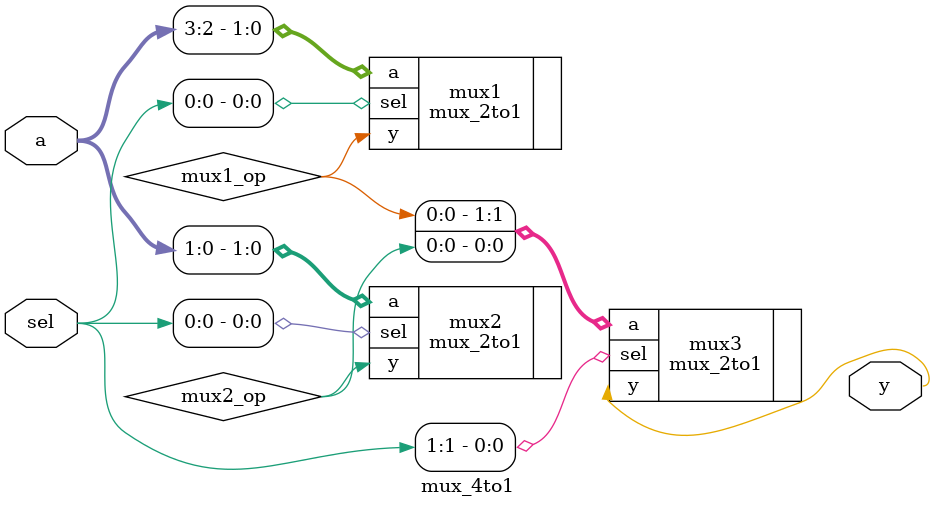
<source format=v>
`include "mux_2to1.v"

module mux_4to1 (
    input [3:0] a,
    input [1:0] sel,
    output y
);
  wire mux1_op, mux2_op;
  mux_2to1 mux1 (
      .a  (a[3:2]),
      .sel(sel[0]),
      .y  (mux1_op)
  );
  mux_2to1 mux2 (
      .a  (a[1:0]),
      .sel(sel[0]),
      .y  (mux2_op)
  );
  mux_2to1 mux3 (
      .a  ({mux1_op, mux2_op}),
      .sel(sel[1]),
      .y  (y)
  );
endmodule

</source>
